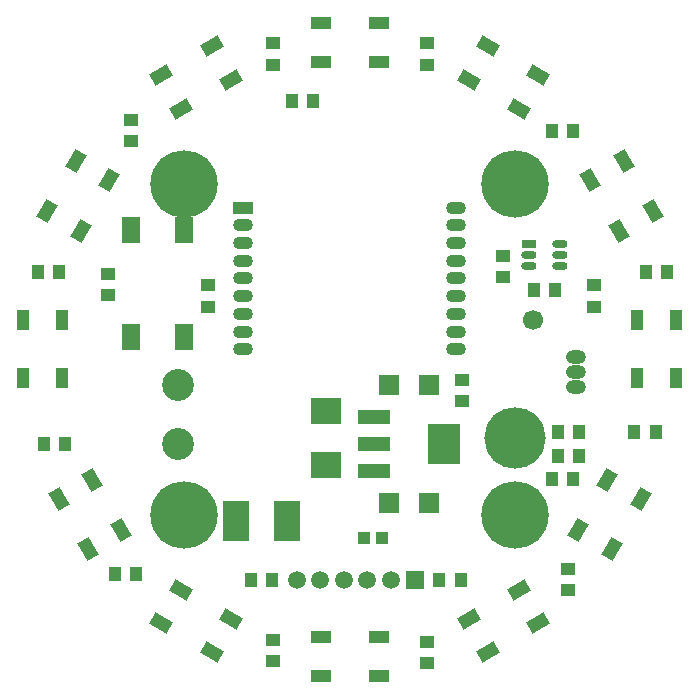
<source format=gts>
G04 Layer_Color=8388736*
%FSTAX42Y42*%
%MOMM*%
G71*
G01*
G75*
%ADD44R,1.00X1.15*%
%ADD45R,1.00X1.00*%
%ADD46R,1.15X1.00*%
%ADD47O,1.30X0.65*%
%ADD48R,1.30X0.65*%
%ADD49R,1.60X2.30*%
%ADD50R,2.50X2.20*%
%ADD51R,1.80X1.80*%
%ADD52R,2.75X1.15*%
%ADD53R,2.75X3.50*%
%ADD54R,1.70X1.10*%
G04:AMPARAMS|DCode=55|XSize=1.7mm|YSize=1.1mm|CornerRadius=0mm|HoleSize=0mm|Usage=FLASHONLY|Rotation=30.000|XOffset=0mm|YOffset=0mm|HoleType=Round|Shape=Rectangle|*
%AMROTATEDRECTD55*
4,1,4,-0.46,-0.90,-1.01,0.05,0.46,0.90,1.01,-0.05,-0.46,-0.90,0.0*
%
%ADD55ROTATEDRECTD55*%

G04:AMPARAMS|DCode=56|XSize=1.7mm|YSize=1.1mm|CornerRadius=0mm|HoleSize=0mm|Usage=FLASHONLY|Rotation=60.000|XOffset=0mm|YOffset=0mm|HoleType=Round|Shape=Rectangle|*
%AMROTATEDRECTD56*
4,1,4,0.05,-1.01,-0.90,-0.46,-0.05,1.01,0.90,0.46,0.05,-1.01,0.0*
%
%ADD56ROTATEDRECTD56*%

%ADD57R,1.10X1.70*%
G04:AMPARAMS|DCode=58|XSize=1.7mm|YSize=1.1mm|CornerRadius=0mm|HoleSize=0mm|Usage=FLASHONLY|Rotation=120.000|XOffset=0mm|YOffset=0mm|HoleType=Round|Shape=Rectangle|*
%AMROTATEDRECTD58*
4,1,4,0.90,-0.46,-0.05,-1.01,-0.90,0.46,0.05,1.01,0.90,-0.46,0.0*
%
%ADD58ROTATEDRECTD58*%

G04:AMPARAMS|DCode=59|XSize=1.7mm|YSize=1.1mm|CornerRadius=0mm|HoleSize=0mm|Usage=FLASHONLY|Rotation=150.000|XOffset=0mm|YOffset=0mm|HoleType=Round|Shape=Rectangle|*
%AMROTATEDRECTD59*
4,1,4,1.01,0.05,0.46,-0.90,-1.01,-0.05,-0.46,0.90,1.01,0.05,0.0*
%
%ADD59ROTATEDRECTD59*%

%ADD60O,1.70X1.10*%
%ADD61R,2.20X3.50*%
%ADD62C,2.70*%
%ADD63O,1.70X1.20*%
%ADD64C,1.50*%
%ADD65R,1.50X1.50*%
%ADD66C,5.70*%
%ADD67C,5.20*%
%ADD68C,1.70*%
D44*
X025968Y040544D02*
D03*
X025788D02*
D03*
X025738Y040344D02*
D03*
X025918D02*
D03*
X025788Y040744D02*
D03*
X025968D02*
D03*
X023718Y043544D02*
D03*
X023538D02*
D03*
X025768Y041944D02*
D03*
X025588D02*
D03*
X024788Y039494D02*
D03*
X024968D02*
D03*
X023188D02*
D03*
X023368D02*
D03*
X026438Y040744D02*
D03*
X026618D02*
D03*
X026538Y042094D02*
D03*
X026718D02*
D03*
X025738Y043294D02*
D03*
X025918D02*
D03*
X021568Y042094D02*
D03*
X021388D02*
D03*
X021618Y040644D02*
D03*
X021438D02*
D03*
X022218Y039544D02*
D03*
X022038D02*
D03*
D45*
X024153Y039844D02*
D03*
X024303D02*
D03*
D46*
X022828Y041804D02*
D03*
Y041984D02*
D03*
X024978Y041184D02*
D03*
Y041004D02*
D03*
X026093Y041804D02*
D03*
Y041984D02*
D03*
X025328Y042054D02*
D03*
Y042234D02*
D03*
X021978Y041904D02*
D03*
Y042084D02*
D03*
X023378Y038984D02*
D03*
Y038804D02*
D03*
X024678Y038968D02*
D03*
Y038788D02*
D03*
X025878Y039584D02*
D03*
Y039404D02*
D03*
X024678Y043854D02*
D03*
Y044034D02*
D03*
X023378Y043854D02*
D03*
Y044034D02*
D03*
X022178Y043204D02*
D03*
Y043384D02*
D03*
D47*
X025546Y042149D02*
D03*
Y042244D02*
D03*
X025808Y042149D02*
D03*
Y042244D02*
D03*
Y042339D02*
D03*
D48*
X025546Y042339D02*
D03*
D49*
X022178Y041544D02*
D03*
Y042454D02*
D03*
X022628Y041544D02*
D03*
Y042454D02*
D03*
D50*
X023828Y040924D02*
D03*
Y040464D02*
D03*
D51*
X024358Y041144D02*
D03*
X024698D02*
D03*
X024698Y040144D02*
D03*
X024358D02*
D03*
D52*
X024231Y040874D02*
D03*
Y040644D02*
D03*
Y040414D02*
D03*
D53*
X024826Y040644D02*
D03*
D54*
X024273Y039009D02*
D03*
Y038679D02*
D03*
X023783D02*
D03*
Y039009D02*
D03*
X023128Y042644D02*
D03*
X023783Y043879D02*
D03*
Y044209D02*
D03*
X024273D02*
D03*
Y043879D02*
D03*
D55*
X025458Y039409D02*
D03*
X025623Y039123D02*
D03*
X025199Y038878D02*
D03*
X025034Y039164D02*
D03*
X022599Y043478D02*
D03*
X022434Y043764D02*
D03*
X022858Y044009D02*
D03*
X023023Y043723D02*
D03*
D56*
X026208Y040338D02*
D03*
X026494Y040173D02*
D03*
X026249Y039749D02*
D03*
X025963Y039914D02*
D03*
X021749Y042449D02*
D03*
X021463Y042614D02*
D03*
X021708Y043038D02*
D03*
X021994Y042873D02*
D03*
D57*
X026463Y041689D02*
D03*
X026793D02*
D03*
Y041199D02*
D03*
X026463D02*
D03*
X021593D02*
D03*
X021263D02*
D03*
Y041689D02*
D03*
X021593D02*
D03*
D58*
X026063Y042873D02*
D03*
X026349Y043038D02*
D03*
X026594Y042614D02*
D03*
X026308Y042449D02*
D03*
X022094Y039914D02*
D03*
X021808Y039749D02*
D03*
X021563Y040173D02*
D03*
X021849Y040338D02*
D03*
D59*
X025034Y043723D02*
D03*
X025199Y044009D02*
D03*
X025623Y043764D02*
D03*
X025458Y043478D02*
D03*
X023023Y039164D02*
D03*
X022858Y038878D02*
D03*
X022434Y039123D02*
D03*
X022599Y039409D02*
D03*
D60*
X023128Y042494D02*
D03*
Y042344D02*
D03*
Y042194D02*
D03*
Y042044D02*
D03*
Y041894D02*
D03*
Y041744D02*
D03*
Y041594D02*
D03*
Y041444D02*
D03*
X024928Y042344D02*
D03*
Y042194D02*
D03*
Y042044D02*
D03*
Y041894D02*
D03*
Y041744D02*
D03*
Y041594D02*
D03*
Y041444D02*
D03*
Y042494D02*
D03*
Y042644D02*
D03*
D61*
X023063Y039994D02*
D03*
X023494D02*
D03*
D62*
X022578Y040644D02*
D03*
Y041144D02*
D03*
D63*
X025943Y041121D02*
D03*
Y041248D02*
D03*
Y041375D02*
D03*
D64*
X023578Y039494D02*
D03*
X023778D02*
D03*
X023978D02*
D03*
X024378D02*
D03*
X024178D02*
D03*
D65*
X024578D02*
D03*
D66*
X022628Y040044D02*
D03*
Y042844D02*
D03*
X025428D02*
D03*
Y040044D02*
D03*
D67*
Y040694D02*
D03*
D68*
X025578Y041694D02*
D03*
M02*

</source>
